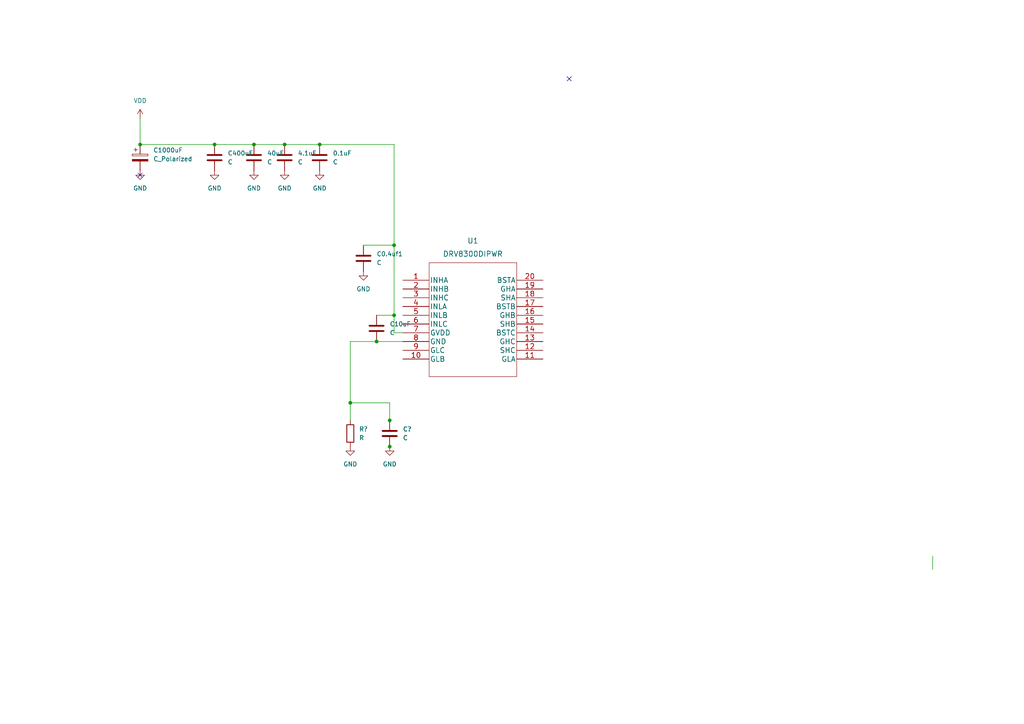
<source format=kicad_sch>
(kicad_sch (version 20211123) (generator eeschema)
  (paper "A4")
  (lib_symbols
    (symbol "DRV8300PWR:DRV8300DIPWR" (pin_names (offset 0.254))
      (property "Reference" "U" (at 20.32 10.16 0))
      (property "Value" "DRV8300DIPWR" (at 20.32 7.62 0))
      (symbol "DRV8300DIPWR_1_1"
        (polyline (pts (xy 7.62 -27.94) (xy 33.02 -27.94)) (stroke (width 0.127)))
        (polyline (pts (xy 7.62 5.08) (xy 7.62 -27.94)) (stroke (width 0.127)))
        (polyline (pts (xy 33.02 -27.94) (xy 33.02 5.08)) (stroke (width 0.127)))
        (polyline (pts (xy 33.02 5.08) (xy 7.62 5.08)) (stroke (width 0.127)))
        (pin input line (at 0 0 0) (length 7.62) (name "INHA") (number "1"))
        (pin unspecified line (at 0 -22.86 0) (length 7.62) (name "GLB") (number "10"))
        (pin unspecified line (at 40.64 -22.86 180) (length 7.62) (name "GLA") (number "11"))
        (pin unspecified line (at 40.64 -20.32 180) (length 7.62) (name "SHC") (number "12"))
        (pin unspecified line (at 40.64 -17.78 180) (length 7.62) (name "GHC") (number "13"))
        (pin unspecified line (at 40.64 -15.24 180) (length 7.62) (name "BSTC") (number "14"))
        (pin unspecified line (at 40.64 -12.7 180) (length 7.62) (name "SHB") (number "15"))
        (pin unspecified line (at 40.64 -10.16 180) (length 7.62) (name "GHB") (number "16"))
        (pin unspecified line (at 40.64 -7.62 180) (length 7.62) (name "BSTB") (number "17"))
        (pin unspecified line (at 40.64 -5.08 180) (length 7.62) (name "SHA") (number "18"))
        (pin unspecified line (at 40.64 -2.54 180) (length 7.62) (name "GHA") (number "19"))
        (pin input line (at 0 -2.54 0) (length 7.62) (name "INHB") (number "2"))
        (pin unspecified line (at 40.64 0 180) (length 7.62) (name "BSTA") (number "20"))
        (pin input line (at 0 -5.08 0) (length 7.62) (name "INHC") (number "3"))
        (pin input line (at 0 -7.62 0) (length 7.62) (name "INLA") (number "4"))
        (pin input line (at 0 -10.16 0) (length 7.62) (name "INLB") (number "5"))
        (pin input line (at 0 -12.7 0) (length 7.62) (name "INLC") (number "6"))
        (pin power_in line (at 0 -15.24 0) (length 7.62) (name "GVDD") (number "7"))
        (pin power_in line (at 0 -17.78 0) (length 7.62) (name "GND") (number "8"))
        (pin unspecified line (at 0 -20.32 0) (length 7.62) (name "GLC") (number "9"))
      )
    )
    (symbol "Device:C" (pin_numbers hide) (pin_names (offset 0.254))
      (property "Reference" "C" (at 0.635 2.54 0))
      (property "Value" "C" (at 0.635 -2.54 0))
      (symbol "C_0_1"
        (polyline (pts (xy -2.032 -0.762) (xy 2.032 -0.762)) (stroke (width 0.508)))
        (polyline (pts (xy -2.032 0.762) (xy 2.032 0.762)) (stroke (width 0.508)))
      )
      (symbol "C_1_1"
        (pin passive line (at 0 3.81 270) (length 2.794) (name "~") (number "1"))
        (pin passive line (at 0 -3.81 90) (length 2.794) (name "~") (number "2"))
      )
    )
    (symbol "Device:C_Polarized" (pin_numbers hide) (pin_names (offset 0.254))
      (property "Reference" "C" (at 0.635 2.54 0))
      (property "Value" "C_Polarized" (at 0.635 -2.54 0))
      (symbol "C_Polarized_0_1"
        (rectangle (start -2.286 0.508) (end 2.286 1.016))
        (polyline (pts (xy -1.778 2.286) (xy -0.762 2.286)))
        (polyline (pts (xy -1.27 2.794) (xy -1.27 1.778)))
        (rectangle (start 2.286 -0.508) (end -2.286 -1.016) (fill (type outline)))
      )
      (symbol "C_Polarized_1_1"
        (pin passive line (at 0 3.81 270) (length 2.794) (name "~") (number "1"))
        (pin passive line (at 0 -3.81 90) (length 2.794) (name "~") (number "2"))
      )
    )
    (symbol "Device:R" (pin_numbers hide) (pin_names (offset 0))
      (property "Reference" "R" (at 2.032 0 90))
      (property "Value" "R" (at 0 0 90))
      (symbol "R_0_1"
        (rectangle (start -1.016 -2.54) (end 1.016 2.54) (stroke (width 0.254)))
      )
      (symbol "R_1_1"
        (pin passive line (at 0 3.81 270) (length 1.27) (name "~") (number "1"))
        (pin passive line (at 0 -3.81 90) (length 1.27) (name "~") (number "2"))
      )
    )
    (symbol "power:GND" (power) (pin_names (offset 0))
      (property "Value" "GND" (at 0 -3.81 0))
      (symbol "GND_0_1"
        (polyline (pts (xy 0 0) (xy 0 -1.27) (xy 1.27 -1.27) (xy 0 -2.54) (xy -1.27 -1.27) (xy 0 -1.27)))
      )
      (symbol "GND_1_1"
        (pin power_in line (at 0 0 270) (length 0) hide (name "GND") (number "1"))
      )
    )
    (symbol "power:VDD" (power) (pin_names (offset 0))
      (property "Value" "VDD" (at 0 3.81 0))
      (symbol "VDD_0_1"
        (polyline (pts (xy -0.762 1.27) (xy 0 2.54)))
        (polyline (pts (xy 0 0) (xy 0 2.54)))
        (polyline (pts (xy 0 2.54) (xy 0.762 1.27)))
      )
      (symbol "VDD_1_1"
        (pin power_in line (at 0 0 90) (length 0) hide (name "VDD") (number "1"))
      )
    )
  )
  (junction (at 62.23 41.91))
  (junction (at 101.6 116.84))
  (junction (at 40.64 41.91))
  (junction (at 73.66 41.91))
  (junction (at 82.55 41.91))
  (junction (at 113.03 129.54))
  (junction (at 113.03 121.92))
  (junction (at 114.3 91.44))
  (junction (at 114.3 71.12))
  (junction (at 92.71 41.91))
  (junction (at 109.22 99.06))
  (no_connect (at 165.1 22.86))
  (no_connect (at 40.64 50.8))
  (wire (pts (xy 62.23 41.91) (xy 73.66 41.91)))
  (wire (pts (xy 82.55 41.91) (xy 92.71 41.91)))
  (wire (pts (xy 113.03 121.92) (xy 113.03 116.84)))
  (wire (pts (xy 92.71 41.91) (xy 114.3 41.91)))
  (wire (pts (xy 101.6 99.06) (xy 101.6 116.84)))
  (wire (pts (xy 105.41 71.12) (xy 114.3 71.12)))
  (wire (pts (xy 101.6 116.84) (xy 101.6 121.92)))
  (wire (pts (xy 114.3 41.91) (xy 114.3 71.12)))
  (wire (pts (xy 114.3 71.12) (xy 114.3 91.44)))
  (wire (pts (xy 116.84 99.06) (xy 109.22 99.06)))
  (wire (pts (xy 40.64 34.29) (xy 40.64 41.91)))
  (wire (pts (xy 270.51 165.1) (xy 270.51 161.29)))
  (wire (pts (xy 73.66 41.91) (xy 82.55 41.91)))
  (wire (pts (xy 109.22 91.44) (xy 114.3 91.44)))
  (wire (pts (xy 109.22 99.06) (xy 101.6 99.06)))
  (wire (pts (xy 114.3 91.44) (xy 114.3 96.52)))
  (wire (pts (xy 40.64 41.91) (xy 62.23 41.91)))
  (wire (pts (xy 116.84 96.52) (xy 114.3 96.52)))
  (wire (pts (xy 113.03 116.84) (xy 101.6 116.84)))
  (symbol (lib_id "Device:C") (at 92.71 45.72 0) (unit 1)
    (property "Reference" "0.1uF" (at 96.52 44.4499 0) (effects (justify left)))
    (property "Value" "C" (at 96.52 46.9899 0) (effects (justify left)))
  )
  (symbol (lib_id "power:GND") (at 113.03 129.54 0) (unit 1)
    (property "Reference" "#PWR?" (effects hide))
    (property "Value" "GND" (at 113.03 134.62 0))
  )
  (symbol (lib_id "power:GND") (at 73.66 49.53 0) (unit 1)
    (property "Reference" "#PWR?" (effects hide))
    (property "Value" "GND" (at 73.66 54.61 0))
  )
  (symbol (lib_id "power:GND") (at 40.64 49.53 0) (unit 1)
    (property "Reference" "#PWR?" (effects hide))
    (property "Value" "GND" (at 40.64 54.61 0))
  )
  (symbol (lib_id "power:GND") (at 105.41 78.74 0) (unit 1)
    (property "Reference" "#PWR?" (effects hide))
    (property "Value" "GND" (at 105.41 83.82 0))
  )
  (symbol (lib_id "Device:C") (at 113.03 125.73 0) (unit 1)
    (property "Reference" "C?" (at 116.84 124.4599 0) (effects (justify left)))
    (property "Value" "C" (at 116.84 126.9999 0) (effects (justify left)))
  )
  (symbol (lib_id "Device:C") (at 62.23 45.72 0) (unit 1)
    (property "Reference" "C400uF" (at 66.04 44.4499 0) (effects (justify left)))
    (property "Value" "C" (at 66.04 46.9899 0) (effects (justify left)))
  )
  (symbol (lib_id "power:GND") (at 92.71 49.53 0) (unit 1)
    (property "Reference" "#PWR?" (effects hide))
    (property "Value" "GND" (at 92.71 54.61 0))
  )
  (symbol (lib_id "power:GND") (at 101.6 129.54 0) (unit 1)
    (property "Reference" "#PWR?" (effects hide))
    (property "Value" "GND" (at 101.6 134.62 0))
  )
  (symbol (lib_id "power:GND") (at 82.55 49.53 0) (unit 1)
    (property "Reference" "#PWR?" (effects hide))
    (property "Value" "GND" (at 82.55 54.61 0))
  )
  (symbol (lib_id "Device:C_Polarized") (at 40.64 45.72 0) (unit 1)
    (property "Reference" "C1000uF" (at 44.45 43.5609 0) (effects (justify left)))
    (property "Value" "C_Polarized" (at 44.45 46.1009 0) (effects (justify left)))
  )
  (symbol (lib_id "Device:C") (at 82.55 45.72 0) (unit 1)
    (property "Reference" "4.1uF" (at 86.36 44.4499 0) (effects (justify left)))
    (property "Value" "C" (at 86.36 46.9899 0) (effects (justify left)))
  )
  (symbol (lib_id "Device:C") (at 113.03 125.73 0) (unit 1)
    (property "Reference" "C?" (at 116.84 124.4599 0) (effects (justify left)))
    (property "Value" "C" (at 116.84 126.9999 0) (effects (justify left)))
  )
  (symbol (lib_id "power:VDD") (at 40.64 34.29 0) (unit 1)
    (property "Reference" "#PWR01" (effects hide))
    (property "Value" "VDD" (at 40.64 29.21 0))
  )
  (symbol (lib_id "power:GND") (at 62.23 49.53 0) (unit 1)
    (property "Reference" "#PWR?" (effects hide))
    (property "Value" "GND" (at 62.23 54.61 0))
  )
  (symbol (lib_id "Device:C") (at 73.66 45.72 0) (unit 1)
    (property "Reference" "40uF" (at 77.47 44.4499 0) (effects (justify left)))
    (property "Value" "C" (at 77.47 46.9899 0) (effects (justify left)))
  )
  (symbol (lib_id "Device:C") (at 109.22 95.25 0) (unit 1)
    (property "Reference" "C10uF" (at 113.03 93.9799 0) (effects (justify left)))
    (property "Value" "C" (at 113.03 96.5199 0) (effects (justify left)))
  )
  (symbol (lib_id "Device:C") (at 105.41 74.93 0) (unit 1)
    (property "Reference" "C0.4uf1" (at 109.22 73.6599 0) (effects (justify left)))
    (property "Value" "C" (at 109.22 76.1999 0) (effects (justify left)))
  )
  (symbol (lib_id "DRV8300PWR:DRV8300DIPWR") (at 116.84 81.28 0) (unit 1)
    (property "Reference" "U1" (at 137.16 69.85 0) (effects (font (size 1.524 1.524))))
    (property "Value" "DRV8300DIPWR" (at 137.16 73.66 0) (effects (font (size 1.524 1.524))))
    (property "Footprint" "TSSOP_0DIPWR_TEX" (effects hide))
  )
  (symbol (lib_id "Device:R") (at 101.6 125.73 0) (unit 1)
    (property "Reference" "R?" (at 104.14 124.4599 0) (effects (justify left)))
    (property "Value" "R" (at 104.14 126.9999 0) (effects (justify left)))
  )
)
</source>
